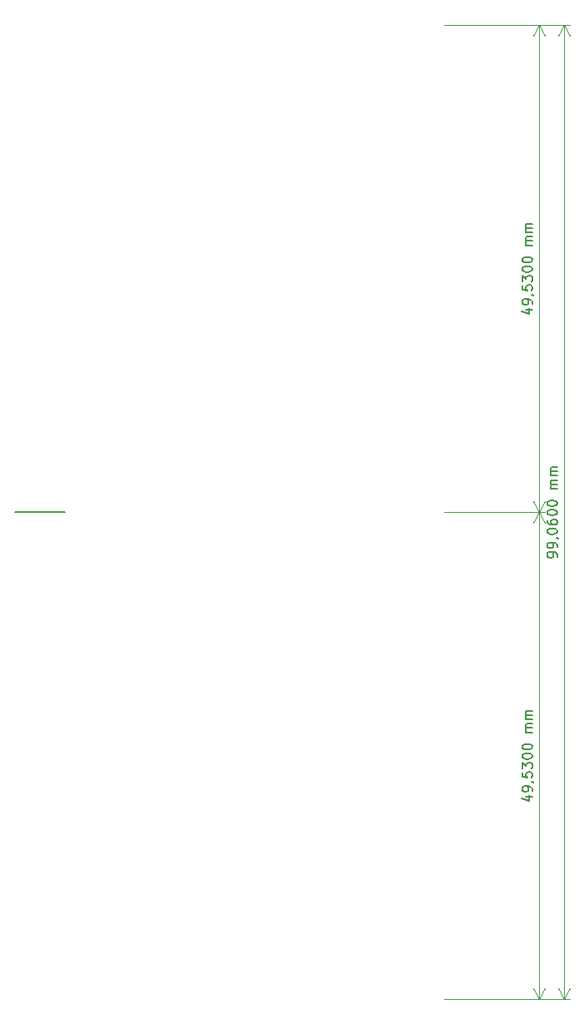
<source format=gbr>
%TF.GenerationSoftware,KiCad,Pcbnew,8.0.4-8.0.4-0~ubuntu22.04.1*%
%TF.CreationDate,2024-08-03T19:16:44+03:00*%
%TF.ProjectId,PM-CPU-ESP-front,504d2d43-5055-42d4-9553-502d66726f6e,rev?*%
%TF.SameCoordinates,Original*%
%TF.FileFunction,Other,Comment*%
%FSLAX46Y46*%
G04 Gerber Fmt 4.6, Leading zero omitted, Abs format (unit mm)*
G04 Created by KiCad (PCBNEW 8.0.4-8.0.4-0~ubuntu22.04.1) date 2024-08-03 19:16:44*
%MOMM*%
%LPD*%
G01*
G04 APERTURE LIST*
%ADD10C,0.200000*%
%ADD11C,0.150000*%
%ADD12C,0.100000*%
G04 APERTURE END LIST*
D10*
X114300000Y-100330000D02*
X119380000Y-100330000D01*
D11*
X169484819Y-104853808D02*
X169484819Y-104663332D01*
X169484819Y-104663332D02*
X169437200Y-104568094D01*
X169437200Y-104568094D02*
X169389580Y-104520475D01*
X169389580Y-104520475D02*
X169246723Y-104425237D01*
X169246723Y-104425237D02*
X169056247Y-104377618D01*
X169056247Y-104377618D02*
X168675295Y-104377618D01*
X168675295Y-104377618D02*
X168580057Y-104425237D01*
X168580057Y-104425237D02*
X168532438Y-104472856D01*
X168532438Y-104472856D02*
X168484819Y-104568094D01*
X168484819Y-104568094D02*
X168484819Y-104758570D01*
X168484819Y-104758570D02*
X168532438Y-104853808D01*
X168532438Y-104853808D02*
X168580057Y-104901427D01*
X168580057Y-104901427D02*
X168675295Y-104949046D01*
X168675295Y-104949046D02*
X168913390Y-104949046D01*
X168913390Y-104949046D02*
X169008628Y-104901427D01*
X169008628Y-104901427D02*
X169056247Y-104853808D01*
X169056247Y-104853808D02*
X169103866Y-104758570D01*
X169103866Y-104758570D02*
X169103866Y-104568094D01*
X169103866Y-104568094D02*
X169056247Y-104472856D01*
X169056247Y-104472856D02*
X169008628Y-104425237D01*
X169008628Y-104425237D02*
X168913390Y-104377618D01*
X169484819Y-103901427D02*
X169484819Y-103710951D01*
X169484819Y-103710951D02*
X169437200Y-103615713D01*
X169437200Y-103615713D02*
X169389580Y-103568094D01*
X169389580Y-103568094D02*
X169246723Y-103472856D01*
X169246723Y-103472856D02*
X169056247Y-103425237D01*
X169056247Y-103425237D02*
X168675295Y-103425237D01*
X168675295Y-103425237D02*
X168580057Y-103472856D01*
X168580057Y-103472856D02*
X168532438Y-103520475D01*
X168532438Y-103520475D02*
X168484819Y-103615713D01*
X168484819Y-103615713D02*
X168484819Y-103806189D01*
X168484819Y-103806189D02*
X168532438Y-103901427D01*
X168532438Y-103901427D02*
X168580057Y-103949046D01*
X168580057Y-103949046D02*
X168675295Y-103996665D01*
X168675295Y-103996665D02*
X168913390Y-103996665D01*
X168913390Y-103996665D02*
X169008628Y-103949046D01*
X169008628Y-103949046D02*
X169056247Y-103901427D01*
X169056247Y-103901427D02*
X169103866Y-103806189D01*
X169103866Y-103806189D02*
X169103866Y-103615713D01*
X169103866Y-103615713D02*
X169056247Y-103520475D01*
X169056247Y-103520475D02*
X169008628Y-103472856D01*
X169008628Y-103472856D02*
X168913390Y-103425237D01*
X169437200Y-102949046D02*
X169484819Y-102949046D01*
X169484819Y-102949046D02*
X169580057Y-102996665D01*
X169580057Y-102996665D02*
X169627676Y-103044284D01*
X168484819Y-102329999D02*
X168484819Y-102234761D01*
X168484819Y-102234761D02*
X168532438Y-102139523D01*
X168532438Y-102139523D02*
X168580057Y-102091904D01*
X168580057Y-102091904D02*
X168675295Y-102044285D01*
X168675295Y-102044285D02*
X168865771Y-101996666D01*
X168865771Y-101996666D02*
X169103866Y-101996666D01*
X169103866Y-101996666D02*
X169294342Y-102044285D01*
X169294342Y-102044285D02*
X169389580Y-102091904D01*
X169389580Y-102091904D02*
X169437200Y-102139523D01*
X169437200Y-102139523D02*
X169484819Y-102234761D01*
X169484819Y-102234761D02*
X169484819Y-102329999D01*
X169484819Y-102329999D02*
X169437200Y-102425237D01*
X169437200Y-102425237D02*
X169389580Y-102472856D01*
X169389580Y-102472856D02*
X169294342Y-102520475D01*
X169294342Y-102520475D02*
X169103866Y-102568094D01*
X169103866Y-102568094D02*
X168865771Y-102568094D01*
X168865771Y-102568094D02*
X168675295Y-102520475D01*
X168675295Y-102520475D02*
X168580057Y-102472856D01*
X168580057Y-102472856D02*
X168532438Y-102425237D01*
X168532438Y-102425237D02*
X168484819Y-102329999D01*
X168484819Y-101139523D02*
X168484819Y-101329999D01*
X168484819Y-101329999D02*
X168532438Y-101425237D01*
X168532438Y-101425237D02*
X168580057Y-101472856D01*
X168580057Y-101472856D02*
X168722914Y-101568094D01*
X168722914Y-101568094D02*
X168913390Y-101615713D01*
X168913390Y-101615713D02*
X169294342Y-101615713D01*
X169294342Y-101615713D02*
X169389580Y-101568094D01*
X169389580Y-101568094D02*
X169437200Y-101520475D01*
X169437200Y-101520475D02*
X169484819Y-101425237D01*
X169484819Y-101425237D02*
X169484819Y-101234761D01*
X169484819Y-101234761D02*
X169437200Y-101139523D01*
X169437200Y-101139523D02*
X169389580Y-101091904D01*
X169389580Y-101091904D02*
X169294342Y-101044285D01*
X169294342Y-101044285D02*
X169056247Y-101044285D01*
X169056247Y-101044285D02*
X168961009Y-101091904D01*
X168961009Y-101091904D02*
X168913390Y-101139523D01*
X168913390Y-101139523D02*
X168865771Y-101234761D01*
X168865771Y-101234761D02*
X168865771Y-101425237D01*
X168865771Y-101425237D02*
X168913390Y-101520475D01*
X168913390Y-101520475D02*
X168961009Y-101568094D01*
X168961009Y-101568094D02*
X169056247Y-101615713D01*
X168484819Y-100425237D02*
X168484819Y-100329999D01*
X168484819Y-100329999D02*
X168532438Y-100234761D01*
X168532438Y-100234761D02*
X168580057Y-100187142D01*
X168580057Y-100187142D02*
X168675295Y-100139523D01*
X168675295Y-100139523D02*
X168865771Y-100091904D01*
X168865771Y-100091904D02*
X169103866Y-100091904D01*
X169103866Y-100091904D02*
X169294342Y-100139523D01*
X169294342Y-100139523D02*
X169389580Y-100187142D01*
X169389580Y-100187142D02*
X169437200Y-100234761D01*
X169437200Y-100234761D02*
X169484819Y-100329999D01*
X169484819Y-100329999D02*
X169484819Y-100425237D01*
X169484819Y-100425237D02*
X169437200Y-100520475D01*
X169437200Y-100520475D02*
X169389580Y-100568094D01*
X169389580Y-100568094D02*
X169294342Y-100615713D01*
X169294342Y-100615713D02*
X169103866Y-100663332D01*
X169103866Y-100663332D02*
X168865771Y-100663332D01*
X168865771Y-100663332D02*
X168675295Y-100615713D01*
X168675295Y-100615713D02*
X168580057Y-100568094D01*
X168580057Y-100568094D02*
X168532438Y-100520475D01*
X168532438Y-100520475D02*
X168484819Y-100425237D01*
X168484819Y-99472856D02*
X168484819Y-99377618D01*
X168484819Y-99377618D02*
X168532438Y-99282380D01*
X168532438Y-99282380D02*
X168580057Y-99234761D01*
X168580057Y-99234761D02*
X168675295Y-99187142D01*
X168675295Y-99187142D02*
X168865771Y-99139523D01*
X168865771Y-99139523D02*
X169103866Y-99139523D01*
X169103866Y-99139523D02*
X169294342Y-99187142D01*
X169294342Y-99187142D02*
X169389580Y-99234761D01*
X169389580Y-99234761D02*
X169437200Y-99282380D01*
X169437200Y-99282380D02*
X169484819Y-99377618D01*
X169484819Y-99377618D02*
X169484819Y-99472856D01*
X169484819Y-99472856D02*
X169437200Y-99568094D01*
X169437200Y-99568094D02*
X169389580Y-99615713D01*
X169389580Y-99615713D02*
X169294342Y-99663332D01*
X169294342Y-99663332D02*
X169103866Y-99710951D01*
X169103866Y-99710951D02*
X168865771Y-99710951D01*
X168865771Y-99710951D02*
X168675295Y-99663332D01*
X168675295Y-99663332D02*
X168580057Y-99615713D01*
X168580057Y-99615713D02*
X168532438Y-99568094D01*
X168532438Y-99568094D02*
X168484819Y-99472856D01*
X169484819Y-97949046D02*
X168818152Y-97949046D01*
X168913390Y-97949046D02*
X168865771Y-97901427D01*
X168865771Y-97901427D02*
X168818152Y-97806189D01*
X168818152Y-97806189D02*
X168818152Y-97663332D01*
X168818152Y-97663332D02*
X168865771Y-97568094D01*
X168865771Y-97568094D02*
X168961009Y-97520475D01*
X168961009Y-97520475D02*
X169484819Y-97520475D01*
X168961009Y-97520475D02*
X168865771Y-97472856D01*
X168865771Y-97472856D02*
X168818152Y-97377618D01*
X168818152Y-97377618D02*
X168818152Y-97234761D01*
X168818152Y-97234761D02*
X168865771Y-97139522D01*
X168865771Y-97139522D02*
X168961009Y-97091903D01*
X168961009Y-97091903D02*
X169484819Y-97091903D01*
X169484819Y-96615713D02*
X168818152Y-96615713D01*
X168913390Y-96615713D02*
X168865771Y-96568094D01*
X168865771Y-96568094D02*
X168818152Y-96472856D01*
X168818152Y-96472856D02*
X168818152Y-96329999D01*
X168818152Y-96329999D02*
X168865771Y-96234761D01*
X168865771Y-96234761D02*
X168961009Y-96187142D01*
X168961009Y-96187142D02*
X169484819Y-96187142D01*
X168961009Y-96187142D02*
X168865771Y-96139523D01*
X168865771Y-96139523D02*
X168818152Y-96044285D01*
X168818152Y-96044285D02*
X168818152Y-95901428D01*
X168818152Y-95901428D02*
X168865771Y-95806189D01*
X168865771Y-95806189D02*
X168961009Y-95758570D01*
X168961009Y-95758570D02*
X169484819Y-95758570D01*
D12*
X157980000Y-50800000D02*
X170766420Y-50800000D01*
X157980000Y-149860000D02*
X170766420Y-149860000D01*
X170180000Y-50800000D02*
X170180000Y-149860000D01*
X170180000Y-50800000D02*
X170180000Y-149860000D01*
X170180000Y-50800000D02*
X170766421Y-51926504D01*
X170180000Y-50800000D02*
X169593579Y-51926504D01*
X170180000Y-149860000D02*
X169593579Y-148733496D01*
X170180000Y-149860000D02*
X170766421Y-148733496D01*
D11*
X166278152Y-79707856D02*
X166944819Y-79707856D01*
X165897200Y-79945951D02*
X166611485Y-80184046D01*
X166611485Y-80184046D02*
X166611485Y-79564999D01*
X166944819Y-79136427D02*
X166944819Y-78945951D01*
X166944819Y-78945951D02*
X166897200Y-78850713D01*
X166897200Y-78850713D02*
X166849580Y-78803094D01*
X166849580Y-78803094D02*
X166706723Y-78707856D01*
X166706723Y-78707856D02*
X166516247Y-78660237D01*
X166516247Y-78660237D02*
X166135295Y-78660237D01*
X166135295Y-78660237D02*
X166040057Y-78707856D01*
X166040057Y-78707856D02*
X165992438Y-78755475D01*
X165992438Y-78755475D02*
X165944819Y-78850713D01*
X165944819Y-78850713D02*
X165944819Y-79041189D01*
X165944819Y-79041189D02*
X165992438Y-79136427D01*
X165992438Y-79136427D02*
X166040057Y-79184046D01*
X166040057Y-79184046D02*
X166135295Y-79231665D01*
X166135295Y-79231665D02*
X166373390Y-79231665D01*
X166373390Y-79231665D02*
X166468628Y-79184046D01*
X166468628Y-79184046D02*
X166516247Y-79136427D01*
X166516247Y-79136427D02*
X166563866Y-79041189D01*
X166563866Y-79041189D02*
X166563866Y-78850713D01*
X166563866Y-78850713D02*
X166516247Y-78755475D01*
X166516247Y-78755475D02*
X166468628Y-78707856D01*
X166468628Y-78707856D02*
X166373390Y-78660237D01*
X166897200Y-78184046D02*
X166944819Y-78184046D01*
X166944819Y-78184046D02*
X167040057Y-78231665D01*
X167040057Y-78231665D02*
X167087676Y-78279284D01*
X165944819Y-77279285D02*
X165944819Y-77755475D01*
X165944819Y-77755475D02*
X166421009Y-77803094D01*
X166421009Y-77803094D02*
X166373390Y-77755475D01*
X166373390Y-77755475D02*
X166325771Y-77660237D01*
X166325771Y-77660237D02*
X166325771Y-77422142D01*
X166325771Y-77422142D02*
X166373390Y-77326904D01*
X166373390Y-77326904D02*
X166421009Y-77279285D01*
X166421009Y-77279285D02*
X166516247Y-77231666D01*
X166516247Y-77231666D02*
X166754342Y-77231666D01*
X166754342Y-77231666D02*
X166849580Y-77279285D01*
X166849580Y-77279285D02*
X166897200Y-77326904D01*
X166897200Y-77326904D02*
X166944819Y-77422142D01*
X166944819Y-77422142D02*
X166944819Y-77660237D01*
X166944819Y-77660237D02*
X166897200Y-77755475D01*
X166897200Y-77755475D02*
X166849580Y-77803094D01*
X165944819Y-76898332D02*
X165944819Y-76279285D01*
X165944819Y-76279285D02*
X166325771Y-76612618D01*
X166325771Y-76612618D02*
X166325771Y-76469761D01*
X166325771Y-76469761D02*
X166373390Y-76374523D01*
X166373390Y-76374523D02*
X166421009Y-76326904D01*
X166421009Y-76326904D02*
X166516247Y-76279285D01*
X166516247Y-76279285D02*
X166754342Y-76279285D01*
X166754342Y-76279285D02*
X166849580Y-76326904D01*
X166849580Y-76326904D02*
X166897200Y-76374523D01*
X166897200Y-76374523D02*
X166944819Y-76469761D01*
X166944819Y-76469761D02*
X166944819Y-76755475D01*
X166944819Y-76755475D02*
X166897200Y-76850713D01*
X166897200Y-76850713D02*
X166849580Y-76898332D01*
X165944819Y-75660237D02*
X165944819Y-75564999D01*
X165944819Y-75564999D02*
X165992438Y-75469761D01*
X165992438Y-75469761D02*
X166040057Y-75422142D01*
X166040057Y-75422142D02*
X166135295Y-75374523D01*
X166135295Y-75374523D02*
X166325771Y-75326904D01*
X166325771Y-75326904D02*
X166563866Y-75326904D01*
X166563866Y-75326904D02*
X166754342Y-75374523D01*
X166754342Y-75374523D02*
X166849580Y-75422142D01*
X166849580Y-75422142D02*
X166897200Y-75469761D01*
X166897200Y-75469761D02*
X166944819Y-75564999D01*
X166944819Y-75564999D02*
X166944819Y-75660237D01*
X166944819Y-75660237D02*
X166897200Y-75755475D01*
X166897200Y-75755475D02*
X166849580Y-75803094D01*
X166849580Y-75803094D02*
X166754342Y-75850713D01*
X166754342Y-75850713D02*
X166563866Y-75898332D01*
X166563866Y-75898332D02*
X166325771Y-75898332D01*
X166325771Y-75898332D02*
X166135295Y-75850713D01*
X166135295Y-75850713D02*
X166040057Y-75803094D01*
X166040057Y-75803094D02*
X165992438Y-75755475D01*
X165992438Y-75755475D02*
X165944819Y-75660237D01*
X165944819Y-74707856D02*
X165944819Y-74612618D01*
X165944819Y-74612618D02*
X165992438Y-74517380D01*
X165992438Y-74517380D02*
X166040057Y-74469761D01*
X166040057Y-74469761D02*
X166135295Y-74422142D01*
X166135295Y-74422142D02*
X166325771Y-74374523D01*
X166325771Y-74374523D02*
X166563866Y-74374523D01*
X166563866Y-74374523D02*
X166754342Y-74422142D01*
X166754342Y-74422142D02*
X166849580Y-74469761D01*
X166849580Y-74469761D02*
X166897200Y-74517380D01*
X166897200Y-74517380D02*
X166944819Y-74612618D01*
X166944819Y-74612618D02*
X166944819Y-74707856D01*
X166944819Y-74707856D02*
X166897200Y-74803094D01*
X166897200Y-74803094D02*
X166849580Y-74850713D01*
X166849580Y-74850713D02*
X166754342Y-74898332D01*
X166754342Y-74898332D02*
X166563866Y-74945951D01*
X166563866Y-74945951D02*
X166325771Y-74945951D01*
X166325771Y-74945951D02*
X166135295Y-74898332D01*
X166135295Y-74898332D02*
X166040057Y-74850713D01*
X166040057Y-74850713D02*
X165992438Y-74803094D01*
X165992438Y-74803094D02*
X165944819Y-74707856D01*
X166944819Y-73184046D02*
X166278152Y-73184046D01*
X166373390Y-73184046D02*
X166325771Y-73136427D01*
X166325771Y-73136427D02*
X166278152Y-73041189D01*
X166278152Y-73041189D02*
X166278152Y-72898332D01*
X166278152Y-72898332D02*
X166325771Y-72803094D01*
X166325771Y-72803094D02*
X166421009Y-72755475D01*
X166421009Y-72755475D02*
X166944819Y-72755475D01*
X166421009Y-72755475D02*
X166325771Y-72707856D01*
X166325771Y-72707856D02*
X166278152Y-72612618D01*
X166278152Y-72612618D02*
X166278152Y-72469761D01*
X166278152Y-72469761D02*
X166325771Y-72374522D01*
X166325771Y-72374522D02*
X166421009Y-72326903D01*
X166421009Y-72326903D02*
X166944819Y-72326903D01*
X166944819Y-71850713D02*
X166278152Y-71850713D01*
X166373390Y-71850713D02*
X166325771Y-71803094D01*
X166325771Y-71803094D02*
X166278152Y-71707856D01*
X166278152Y-71707856D02*
X166278152Y-71564999D01*
X166278152Y-71564999D02*
X166325771Y-71469761D01*
X166325771Y-71469761D02*
X166421009Y-71422142D01*
X166421009Y-71422142D02*
X166944819Y-71422142D01*
X166421009Y-71422142D02*
X166325771Y-71374523D01*
X166325771Y-71374523D02*
X166278152Y-71279285D01*
X166278152Y-71279285D02*
X166278152Y-71136428D01*
X166278152Y-71136428D02*
X166325771Y-71041189D01*
X166325771Y-71041189D02*
X166421009Y-70993570D01*
X166421009Y-70993570D02*
X166944819Y-70993570D01*
D12*
X157980000Y-50800000D02*
X168226420Y-50800000D01*
X157980000Y-100330000D02*
X168226420Y-100330000D01*
X167640000Y-50800000D02*
X167640000Y-100330000D01*
X167640000Y-50800000D02*
X167640000Y-100330000D01*
X167640000Y-50800000D02*
X168226421Y-51926504D01*
X167640000Y-50800000D02*
X167053579Y-51926504D01*
X167640000Y-100330000D02*
X167053579Y-99203496D01*
X167640000Y-100330000D02*
X168226421Y-99203496D01*
D11*
X166278152Y-129237856D02*
X166944819Y-129237856D01*
X165897200Y-129475951D02*
X166611485Y-129714046D01*
X166611485Y-129714046D02*
X166611485Y-129094999D01*
X166944819Y-128666427D02*
X166944819Y-128475951D01*
X166944819Y-128475951D02*
X166897200Y-128380713D01*
X166897200Y-128380713D02*
X166849580Y-128333094D01*
X166849580Y-128333094D02*
X166706723Y-128237856D01*
X166706723Y-128237856D02*
X166516247Y-128190237D01*
X166516247Y-128190237D02*
X166135295Y-128190237D01*
X166135295Y-128190237D02*
X166040057Y-128237856D01*
X166040057Y-128237856D02*
X165992438Y-128285475D01*
X165992438Y-128285475D02*
X165944819Y-128380713D01*
X165944819Y-128380713D02*
X165944819Y-128571189D01*
X165944819Y-128571189D02*
X165992438Y-128666427D01*
X165992438Y-128666427D02*
X166040057Y-128714046D01*
X166040057Y-128714046D02*
X166135295Y-128761665D01*
X166135295Y-128761665D02*
X166373390Y-128761665D01*
X166373390Y-128761665D02*
X166468628Y-128714046D01*
X166468628Y-128714046D02*
X166516247Y-128666427D01*
X166516247Y-128666427D02*
X166563866Y-128571189D01*
X166563866Y-128571189D02*
X166563866Y-128380713D01*
X166563866Y-128380713D02*
X166516247Y-128285475D01*
X166516247Y-128285475D02*
X166468628Y-128237856D01*
X166468628Y-128237856D02*
X166373390Y-128190237D01*
X166897200Y-127714046D02*
X166944819Y-127714046D01*
X166944819Y-127714046D02*
X167040057Y-127761665D01*
X167040057Y-127761665D02*
X167087676Y-127809284D01*
X165944819Y-126809285D02*
X165944819Y-127285475D01*
X165944819Y-127285475D02*
X166421009Y-127333094D01*
X166421009Y-127333094D02*
X166373390Y-127285475D01*
X166373390Y-127285475D02*
X166325771Y-127190237D01*
X166325771Y-127190237D02*
X166325771Y-126952142D01*
X166325771Y-126952142D02*
X166373390Y-126856904D01*
X166373390Y-126856904D02*
X166421009Y-126809285D01*
X166421009Y-126809285D02*
X166516247Y-126761666D01*
X166516247Y-126761666D02*
X166754342Y-126761666D01*
X166754342Y-126761666D02*
X166849580Y-126809285D01*
X166849580Y-126809285D02*
X166897200Y-126856904D01*
X166897200Y-126856904D02*
X166944819Y-126952142D01*
X166944819Y-126952142D02*
X166944819Y-127190237D01*
X166944819Y-127190237D02*
X166897200Y-127285475D01*
X166897200Y-127285475D02*
X166849580Y-127333094D01*
X165944819Y-126428332D02*
X165944819Y-125809285D01*
X165944819Y-125809285D02*
X166325771Y-126142618D01*
X166325771Y-126142618D02*
X166325771Y-125999761D01*
X166325771Y-125999761D02*
X166373390Y-125904523D01*
X166373390Y-125904523D02*
X166421009Y-125856904D01*
X166421009Y-125856904D02*
X166516247Y-125809285D01*
X166516247Y-125809285D02*
X166754342Y-125809285D01*
X166754342Y-125809285D02*
X166849580Y-125856904D01*
X166849580Y-125856904D02*
X166897200Y-125904523D01*
X166897200Y-125904523D02*
X166944819Y-125999761D01*
X166944819Y-125999761D02*
X166944819Y-126285475D01*
X166944819Y-126285475D02*
X166897200Y-126380713D01*
X166897200Y-126380713D02*
X166849580Y-126428332D01*
X165944819Y-125190237D02*
X165944819Y-125094999D01*
X165944819Y-125094999D02*
X165992438Y-124999761D01*
X165992438Y-124999761D02*
X166040057Y-124952142D01*
X166040057Y-124952142D02*
X166135295Y-124904523D01*
X166135295Y-124904523D02*
X166325771Y-124856904D01*
X166325771Y-124856904D02*
X166563866Y-124856904D01*
X166563866Y-124856904D02*
X166754342Y-124904523D01*
X166754342Y-124904523D02*
X166849580Y-124952142D01*
X166849580Y-124952142D02*
X166897200Y-124999761D01*
X166897200Y-124999761D02*
X166944819Y-125094999D01*
X166944819Y-125094999D02*
X166944819Y-125190237D01*
X166944819Y-125190237D02*
X166897200Y-125285475D01*
X166897200Y-125285475D02*
X166849580Y-125333094D01*
X166849580Y-125333094D02*
X166754342Y-125380713D01*
X166754342Y-125380713D02*
X166563866Y-125428332D01*
X166563866Y-125428332D02*
X166325771Y-125428332D01*
X166325771Y-125428332D02*
X166135295Y-125380713D01*
X166135295Y-125380713D02*
X166040057Y-125333094D01*
X166040057Y-125333094D02*
X165992438Y-125285475D01*
X165992438Y-125285475D02*
X165944819Y-125190237D01*
X165944819Y-124237856D02*
X165944819Y-124142618D01*
X165944819Y-124142618D02*
X165992438Y-124047380D01*
X165992438Y-124047380D02*
X166040057Y-123999761D01*
X166040057Y-123999761D02*
X166135295Y-123952142D01*
X166135295Y-123952142D02*
X166325771Y-123904523D01*
X166325771Y-123904523D02*
X166563866Y-123904523D01*
X166563866Y-123904523D02*
X166754342Y-123952142D01*
X166754342Y-123952142D02*
X166849580Y-123999761D01*
X166849580Y-123999761D02*
X166897200Y-124047380D01*
X166897200Y-124047380D02*
X166944819Y-124142618D01*
X166944819Y-124142618D02*
X166944819Y-124237856D01*
X166944819Y-124237856D02*
X166897200Y-124333094D01*
X166897200Y-124333094D02*
X166849580Y-124380713D01*
X166849580Y-124380713D02*
X166754342Y-124428332D01*
X166754342Y-124428332D02*
X166563866Y-124475951D01*
X166563866Y-124475951D02*
X166325771Y-124475951D01*
X166325771Y-124475951D02*
X166135295Y-124428332D01*
X166135295Y-124428332D02*
X166040057Y-124380713D01*
X166040057Y-124380713D02*
X165992438Y-124333094D01*
X165992438Y-124333094D02*
X165944819Y-124237856D01*
X166944819Y-122714046D02*
X166278152Y-122714046D01*
X166373390Y-122714046D02*
X166325771Y-122666427D01*
X166325771Y-122666427D02*
X166278152Y-122571189D01*
X166278152Y-122571189D02*
X166278152Y-122428332D01*
X166278152Y-122428332D02*
X166325771Y-122333094D01*
X166325771Y-122333094D02*
X166421009Y-122285475D01*
X166421009Y-122285475D02*
X166944819Y-122285475D01*
X166421009Y-122285475D02*
X166325771Y-122237856D01*
X166325771Y-122237856D02*
X166278152Y-122142618D01*
X166278152Y-122142618D02*
X166278152Y-121999761D01*
X166278152Y-121999761D02*
X166325771Y-121904522D01*
X166325771Y-121904522D02*
X166421009Y-121856903D01*
X166421009Y-121856903D02*
X166944819Y-121856903D01*
X166944819Y-121380713D02*
X166278152Y-121380713D01*
X166373390Y-121380713D02*
X166325771Y-121333094D01*
X166325771Y-121333094D02*
X166278152Y-121237856D01*
X166278152Y-121237856D02*
X166278152Y-121094999D01*
X166278152Y-121094999D02*
X166325771Y-120999761D01*
X166325771Y-120999761D02*
X166421009Y-120952142D01*
X166421009Y-120952142D02*
X166944819Y-120952142D01*
X166421009Y-120952142D02*
X166325771Y-120904523D01*
X166325771Y-120904523D02*
X166278152Y-120809285D01*
X166278152Y-120809285D02*
X166278152Y-120666428D01*
X166278152Y-120666428D02*
X166325771Y-120571189D01*
X166325771Y-120571189D02*
X166421009Y-120523570D01*
X166421009Y-120523570D02*
X166944819Y-120523570D01*
D12*
X157980000Y-100330000D02*
X168226420Y-100330000D01*
X157980000Y-149860000D02*
X168226420Y-149860000D01*
X167640000Y-100330000D02*
X167640000Y-149860000D01*
X167640000Y-100330000D02*
X167640000Y-149860000D01*
X167640000Y-100330000D02*
X168226421Y-101456504D01*
X167640000Y-100330000D02*
X167053579Y-101456504D01*
X167640000Y-149860000D02*
X167053579Y-148733496D01*
X167640000Y-149860000D02*
X168226421Y-148733496D01*
M02*

</source>
